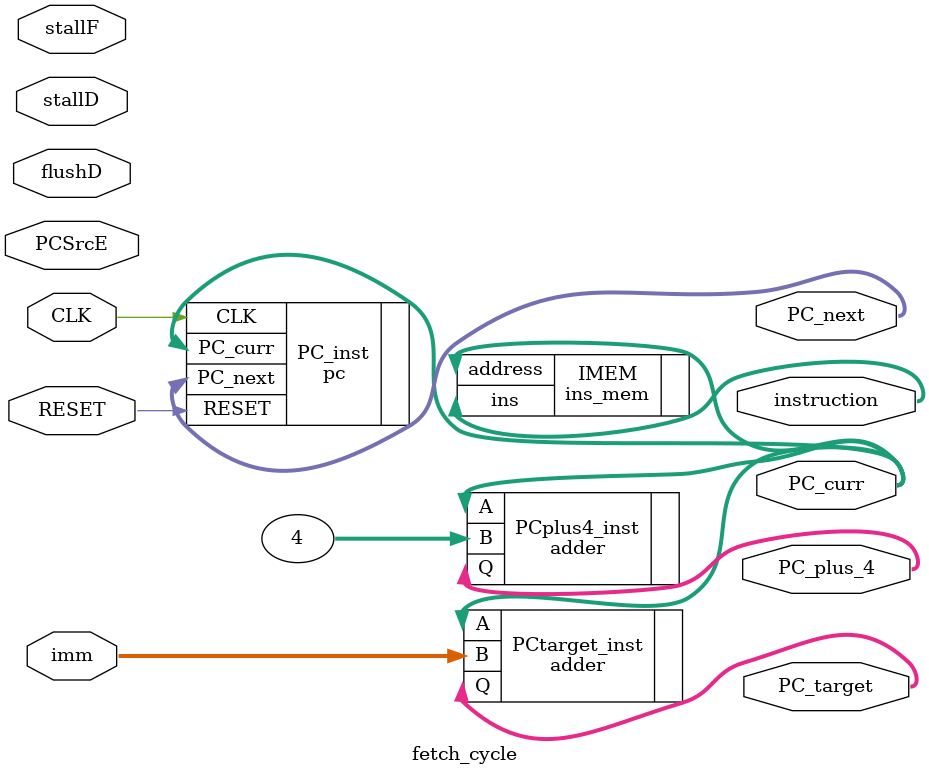
<source format=v>
module fetch_cycle(
    output [31:0] PC_curr,
    output [31:0] PC_next,
    output [31:0] PC_plus_4,
    output [31:0] PC_target,
    output [31:0] instruction,
    input CLK, RESET,
    input PCSrcE, // del execute stage
    input stallF, stallD, flushD,
    input [31:0] imm,
  );

// TODO: implement ts

pc PC_inst(
    .PC_curr(PC_curr),
    .PC_next(PC_next),
    .CLK(CLK),
    .RESET(RESET)
  );
  
  adder PCplus4_inst(
    .Q(PC_plus_4),
    .A(PC_curr),
    .B(32'd4)
  );
  
  adder PCtarget_inst(
    .Q(PC_target),
    .A(PC_curr),
    .B(imm)
  );

  // instruction memory
  ins_mem IMEM(
    .ins(instruction),
    .address(PC_curr)
  );

endmodule
</source>
